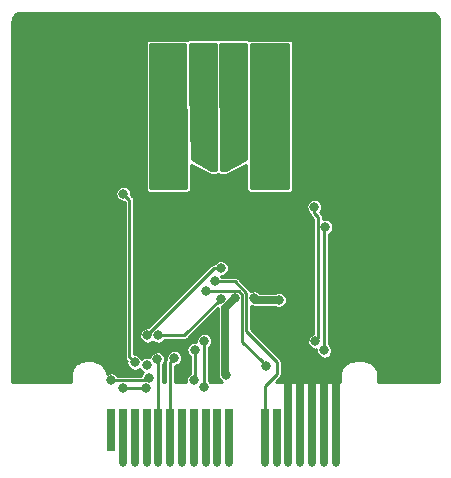
<source format=gbl>
G04 #@! TF.GenerationSoftware,KiCad,Pcbnew,(5.1.0-1558-g0ba0c1724)*
G04 #@! TF.CreationDate,2019-10-21T22:03:17-07:00*
G04 #@! TF.ProjectId,TMC2209_Driver,544d4332-3230-4395-9f44-72697665722e,rev?*
G04 #@! TF.SameCoordinates,Original*
G04 #@! TF.FileFunction,Copper,L2,Bot*
G04 #@! TF.FilePolarity,Positive*
%FSLAX46Y46*%
G04 Gerber Fmt 4.6, Leading zero omitted, Abs format (unit mm)*
G04 Created by KiCad (PCBNEW (5.1.0-1558-g0ba0c1724)) date 2019-10-21 22:03:17*
%MOMM*%
%LPD*%
G04 APERTURE LIST*
%ADD10C,1.778000*%
%ADD11R,1.778000X1.778000*%
%ADD12O,0.650000X0.650000*%
%ADD13R,0.650000X4.600000*%
%ADD14R,0.650000X3.600000*%
%ADD15C,0.800000*%
%ADD16C,0.635000*%
%ADD17C,0.508000*%
%ADD18C,1.000000*%
%ADD19C,0.254000*%
%ADD20C,0.650000*%
%ADD21C,0.250000*%
%ADD22C,0.508000*%
G04 APERTURE END LIST*
D10*
X130429000Y-78562200D03*
X127889000Y-78562200D03*
X125349000Y-78562200D03*
D11*
X122809000Y-78562200D03*
D12*
X118652800Y-112985200D03*
X136652800Y-112985200D03*
X135652800Y-112985200D03*
X130652800Y-112985200D03*
X127652800Y-112985200D03*
X134652800Y-112985200D03*
X131652800Y-112985200D03*
X119652800Y-112985200D03*
X133652800Y-112985200D03*
X132652800Y-112985200D03*
X126652800Y-112985200D03*
X125652800Y-112985200D03*
X124652800Y-112985200D03*
X123652800Y-112985200D03*
X122652800Y-112985200D03*
X121652800Y-112985200D03*
X120652800Y-112985200D03*
D13*
X131652800Y-110685200D03*
X130652800Y-110685200D03*
X136652800Y-110685200D03*
X135652800Y-110685200D03*
X134652800Y-110685200D03*
X133652800Y-110685200D03*
X132652800Y-110685200D03*
X127652800Y-110685200D03*
X126652800Y-110685200D03*
X125652800Y-110685200D03*
X124652800Y-110685200D03*
X123652800Y-110685200D03*
X122652800Y-110685200D03*
X121652800Y-110685200D03*
X120652800Y-110685200D03*
X119652800Y-110685200D03*
X118652800Y-110685200D03*
D14*
X117652800Y-110185200D03*
D15*
X129717723Y-99069053D03*
X128143000Y-99060000D03*
X117475000Y-100012500D03*
X120700800Y-102202715D03*
X117411500Y-103378000D03*
X120675400Y-104698800D03*
X126949200Y-96520000D03*
D16*
X121996200Y-89458800D03*
X122682000Y-89458800D03*
X123367800Y-89484200D03*
X123393200Y-88417400D03*
X122707400Y-88417400D03*
X121996200Y-88417400D03*
X130657600Y-89408000D03*
X131343400Y-89433400D03*
X130683000Y-88366600D03*
X129971800Y-88366600D03*
X131368800Y-88366600D03*
X129971800Y-89408000D03*
D17*
X126238000Y-87503000D03*
X126111000Y-85775800D03*
X124968000Y-81280000D03*
X126060200Y-81280000D03*
X127127000Y-87503000D03*
X127330200Y-81280000D03*
X127254000Y-85775800D03*
X128422400Y-81280000D03*
X125450600Y-92329000D03*
X126085600Y-92329000D03*
X126720600Y-92329000D03*
X127355600Y-92329000D03*
X127355600Y-91694000D03*
X127355600Y-91059000D03*
X127355600Y-90424000D03*
X126720600Y-90424000D03*
X126085600Y-90424000D03*
X125450600Y-90424000D03*
X125450600Y-91059000D03*
X125450600Y-91694000D03*
X126085600Y-91694000D03*
X126085600Y-91059000D03*
X126720600Y-91059000D03*
X126720600Y-91694000D03*
X125450600Y-89789000D03*
X126720600Y-89789000D03*
X127355600Y-89789000D03*
X127927100Y-89789000D03*
X127927100Y-90424000D03*
X127927100Y-91059000D03*
X127927100Y-91694000D03*
X127927100Y-92329000D03*
X126085600Y-89789000D03*
D15*
X120269000Y-87122000D03*
X133350000Y-87122000D03*
X134493000Y-93599000D03*
X120269000Y-95377000D03*
X122986800Y-104089200D03*
X121564400Y-104241600D03*
X125679200Y-98450400D03*
X130784600Y-104800400D03*
X126441200Y-97637600D03*
X118694200Y-90195400D03*
X119634000Y-104495600D03*
X131851400Y-99187000D03*
X127406400Y-105562400D03*
X135686800Y-103479600D03*
X124714000Y-103428800D03*
X124663200Y-106019600D03*
X117652800Y-106019600D03*
X134848600Y-91313000D03*
X135794710Y-92989400D03*
X134924800Y-102717600D03*
X125526800Y-102641400D03*
X125501400Y-106578400D03*
X118668800Y-106654600D03*
X120580110Y-106690532D03*
X120822964Y-105835437D03*
X126949200Y-99085400D03*
X121589800Y-102209600D03*
D18*
X137414000Y-83058000D03*
X139446000Y-83058000D03*
X141224000Y-83058000D03*
X143002000Y-83058000D03*
X137414000Y-80772000D03*
X139446000Y-80772000D03*
X141224000Y-80772000D03*
X143002000Y-80772000D03*
X113030000Y-83058000D03*
X110998000Y-80772000D03*
X110998000Y-83058000D03*
X114808000Y-83058000D03*
X116586000Y-80772000D03*
X114808000Y-80772000D03*
X116586000Y-83058000D03*
X113030000Y-80772000D03*
D19*
X126441200Y-97637600D02*
X128117085Y-97637600D01*
X128117085Y-97637600D02*
X129101813Y-98622328D01*
X131673600Y-104419400D02*
X131673600Y-105460800D01*
X129101813Y-98622328D02*
X129101813Y-101847613D01*
X129101813Y-101847613D02*
X131673600Y-104419400D01*
X131673600Y-105460800D02*
X130652800Y-106481600D01*
X130652800Y-106481600D02*
X130652800Y-108131200D01*
X130652800Y-108131200D02*
X130652800Y-110685200D01*
X128438634Y-98444098D02*
X128758902Y-98764366D01*
D20*
X131851400Y-99187000D02*
X129835670Y-99187000D01*
D19*
X128758902Y-98764366D02*
X128758902Y-102774702D01*
X128758902Y-102774702D02*
X130384601Y-104400401D01*
X126244885Y-98450400D02*
X126251187Y-98444098D01*
X126251187Y-98444098D02*
X128438634Y-98444098D01*
X130384601Y-104400401D02*
X130784600Y-104800400D01*
X125679200Y-98450400D02*
X126244885Y-98450400D01*
D20*
X129835670Y-99187000D02*
X129717723Y-99069053D01*
X127304800Y-101092000D02*
X127304800Y-99898200D01*
X127304800Y-99898200D02*
X128143000Y-99060000D01*
D21*
X122652800Y-110685200D02*
X122652800Y-104423200D01*
X122652800Y-104423200D02*
X122986800Y-104089200D01*
X121652800Y-110685200D02*
X121652800Y-104330000D01*
X121652800Y-104330000D02*
X121564400Y-104241600D01*
D19*
X120700800Y-104673400D02*
X120675400Y-104698800D01*
X126383515Y-96520000D02*
X120700800Y-102202715D01*
X126949200Y-96520000D02*
X126383515Y-96520000D01*
D20*
X136652800Y-110685200D02*
X136652800Y-105741000D01*
X135652800Y-107735200D02*
X135636000Y-107718400D01*
X135652800Y-110685200D02*
X135652800Y-107735200D01*
X135636000Y-107718400D02*
X135636000Y-105206800D01*
X134652800Y-107735200D02*
X134645400Y-107727800D01*
X134652800Y-110685200D02*
X134652800Y-107735200D01*
X134645400Y-107727800D02*
X134645400Y-105333800D01*
X133652800Y-107735200D02*
X133654800Y-107733200D01*
X133652800Y-110685200D02*
X133652800Y-107735200D01*
X133654800Y-107733200D02*
X133654800Y-105765600D01*
X132652800Y-107735200D02*
X132664200Y-107723800D01*
X132652800Y-110685200D02*
X132652800Y-107735200D01*
X132664200Y-107723800D02*
X132664200Y-105841800D01*
D19*
X118694200Y-90195400D02*
X119202200Y-90703400D01*
X119202200Y-90703400D02*
X119202200Y-104063800D01*
X119202200Y-104063800D02*
X119634000Y-104495600D01*
D20*
X127304800Y-101092000D02*
X127304800Y-105460800D01*
X127304800Y-105460800D02*
X127406400Y-105562400D01*
D19*
X124714000Y-103428800D02*
X124714000Y-105968800D01*
X124714000Y-105968800D02*
X124663200Y-106019600D01*
X135686800Y-103479600D02*
X135686800Y-93097310D01*
X134848600Y-91313000D02*
X134848600Y-91878685D01*
X135686800Y-93097310D02*
X135794710Y-92989400D01*
X134848600Y-91878685D02*
X135178800Y-92208885D01*
X135178800Y-92208885D02*
X135178800Y-102463600D01*
X135178800Y-102463600D02*
X134924800Y-102717600D01*
X125526800Y-102641400D02*
X125526800Y-106553000D01*
X125526800Y-106553000D02*
X125501400Y-106578400D01*
X117652800Y-106019600D02*
X120638801Y-106019600D01*
X120638801Y-106019600D02*
X120822964Y-105835437D01*
X118668800Y-106654600D02*
X120544178Y-106654600D01*
X120544178Y-106654600D02*
X120580110Y-106690532D01*
D22*
X127304800Y-101092000D02*
X127330200Y-101092000D01*
D19*
X126949200Y-99085400D02*
X123825000Y-102209600D01*
X123825000Y-102209600D02*
X121589800Y-102209600D01*
G36*
X119615348Y-90750472D02*
G01*
X119607600Y-90680847D01*
X119607600Y-90657713D01*
X119602574Y-90635680D01*
X119594886Y-90566591D01*
X119582202Y-90546371D01*
X119576888Y-90523076D01*
X119533180Y-90468226D01*
X119521115Y-90448993D01*
X119505063Y-90432941D01*
X119461623Y-90378427D01*
X119440230Y-90368108D01*
X119371021Y-90298900D01*
X119372901Y-90083550D01*
X119299767Y-89869336D01*
X119161500Y-89690761D01*
X118972845Y-89566602D01*
X118754144Y-89510246D01*
X118528978Y-89527769D01*
X118321629Y-89617282D01*
X118154453Y-89769133D01*
X118045478Y-89966949D01*
X118006454Y-90189398D01*
X118041590Y-90412494D01*
X118147096Y-90612182D01*
X118311596Y-90766928D01*
X118517352Y-90860045D01*
X118742176Y-90881496D01*
X118794468Y-90868990D01*
X118796800Y-90871323D01*
X118796801Y-103994662D01*
X118789052Y-104016727D01*
X118796801Y-104086361D01*
X118796801Y-104109486D01*
X118801825Y-104131508D01*
X118809514Y-104200608D01*
X118822201Y-104220832D01*
X118827514Y-104244124D01*
X118871220Y-104298974D01*
X118883286Y-104318206D01*
X118899337Y-104334257D01*
X118942778Y-104388773D01*
X118962291Y-104398185D01*
X118946254Y-104489598D01*
X118981390Y-104712694D01*
X119086896Y-104912382D01*
X119251396Y-105067128D01*
X119457152Y-105160245D01*
X119681976Y-105181696D01*
X119901628Y-105129165D01*
X120076838Y-105018188D01*
X120128296Y-105115582D01*
X120292796Y-105270328D01*
X120388425Y-105313606D01*
X120283217Y-105409170D01*
X120174242Y-105606986D01*
X120172976Y-105614200D01*
X118196939Y-105614200D01*
X118120100Y-105514961D01*
X117931445Y-105390802D01*
X117712744Y-105334446D01*
X117487578Y-105351969D01*
X117280229Y-105441482D01*
X117272927Y-105448114D01*
X117269895Y-105408705D01*
X117266960Y-105400369D01*
X117267021Y-105391533D01*
X117207713Y-105163846D01*
X117201623Y-105153124D01*
X117199226Y-105141021D01*
X117095344Y-104929906D01*
X117087222Y-104920629D01*
X117082444Y-104909262D01*
X116938233Y-104723346D01*
X116928407Y-104715887D01*
X116921439Y-104705711D01*
X116742793Y-104552593D01*
X116731670Y-104547264D01*
X116722798Y-104538697D01*
X116517010Y-104424626D01*
X116505045Y-104421643D01*
X116494633Y-104415035D01*
X116270109Y-104344674D01*
X116257787Y-104344158D01*
X116246261Y-104339779D01*
X116012174Y-104316001D01*
X115977604Y-104321600D01*
X115525826Y-104321600D01*
X115494767Y-104315788D01*
X115308705Y-104330105D01*
X115300369Y-104333040D01*
X115291533Y-104332979D01*
X115063846Y-104392287D01*
X115053124Y-104398377D01*
X115041021Y-104400774D01*
X114829906Y-104504656D01*
X114820629Y-104512778D01*
X114809262Y-104517556D01*
X114623346Y-104661767D01*
X114615887Y-104671593D01*
X114605711Y-104678561D01*
X114452593Y-104857207D01*
X114447264Y-104868330D01*
X114438697Y-104877202D01*
X114324626Y-105082990D01*
X114321643Y-105094955D01*
X114315035Y-105105367D01*
X114244674Y-105329891D01*
X114244158Y-105342213D01*
X114239779Y-105353739D01*
X114216001Y-105587826D01*
X114221600Y-105622396D01*
X114221600Y-106109500D01*
X109278400Y-106109500D01*
X109278400Y-77428012D01*
X120574800Y-77428012D01*
X120574800Y-89856388D01*
X120608250Y-89981223D01*
X120711777Y-90084750D01*
X120836612Y-90118200D01*
X124146388Y-90118200D01*
X124271223Y-90084750D01*
X124374750Y-89981223D01*
X124408200Y-89856388D01*
X124408200Y-87735161D01*
X125920401Y-88567385D01*
X126024741Y-88594200D01*
X126655173Y-88594200D01*
X126714719Y-88578187D01*
X126774478Y-88594200D01*
X127427761Y-88594200D01*
X127530272Y-88568375D01*
X129083800Y-87732589D01*
X129083800Y-89856388D01*
X129117250Y-89981223D01*
X129220777Y-90084750D01*
X129345612Y-90118200D01*
X132807788Y-90118200D01*
X132932623Y-90084750D01*
X133036150Y-89981223D01*
X133069600Y-89856388D01*
X133069600Y-77428012D01*
X133036150Y-77303177D01*
X132932623Y-77199650D01*
X132807788Y-77166200D01*
X129345612Y-77166200D01*
X129333672Y-77169399D01*
X129313123Y-77148850D01*
X129188288Y-77115400D01*
X126754754Y-77115400D01*
X126647966Y-77144117D01*
X126635588Y-77140800D01*
X124202112Y-77140800D01*
X124107320Y-77166200D01*
X120836612Y-77166200D01*
X120711777Y-77199650D01*
X120608250Y-77303177D01*
X120574800Y-77428012D01*
X109278400Y-77428012D01*
X109278400Y-75651096D01*
X109280647Y-75645181D01*
X109299835Y-75456276D01*
X109343034Y-75318426D01*
X109413073Y-75192072D01*
X109507079Y-75082393D01*
X109621233Y-74993847D01*
X109750860Y-74930063D01*
X109894031Y-74892770D01*
X110038312Y-74881667D01*
X110047589Y-74878400D01*
X144648904Y-74878400D01*
X144654819Y-74880647D01*
X144843724Y-74899835D01*
X144981574Y-74943034D01*
X145107928Y-75013073D01*
X145217607Y-75107079D01*
X145306153Y-75221233D01*
X145369937Y-75350860D01*
X145407230Y-75494031D01*
X145418333Y-75638312D01*
X145421601Y-75647592D01*
X145421600Y-106109500D01*
X140278400Y-106109500D01*
X140278400Y-105625826D01*
X140284212Y-105594767D01*
X140269895Y-105408705D01*
X140266960Y-105400369D01*
X140267021Y-105391533D01*
X140207713Y-105163846D01*
X140201623Y-105153124D01*
X140199226Y-105141021D01*
X140095344Y-104929906D01*
X140087222Y-104920629D01*
X140082444Y-104909262D01*
X139938233Y-104723346D01*
X139928407Y-104715887D01*
X139921439Y-104705711D01*
X139742793Y-104552593D01*
X139731670Y-104547264D01*
X139722798Y-104538697D01*
X139517010Y-104424626D01*
X139505045Y-104421643D01*
X139494633Y-104415035D01*
X139270109Y-104344674D01*
X139257787Y-104344158D01*
X139246261Y-104339779D01*
X139012174Y-104316001D01*
X138977604Y-104321600D01*
X138325826Y-104321600D01*
X138294767Y-104315788D01*
X138108705Y-104330105D01*
X138100369Y-104333040D01*
X138091533Y-104332979D01*
X137863846Y-104392287D01*
X137853124Y-104398377D01*
X137841021Y-104400774D01*
X137629906Y-104504656D01*
X137620629Y-104512778D01*
X137609262Y-104517556D01*
X137423346Y-104661767D01*
X137415887Y-104671593D01*
X137405711Y-104678561D01*
X137252593Y-104857207D01*
X137247264Y-104868330D01*
X137238697Y-104877202D01*
X137124626Y-105082990D01*
X137121643Y-105094955D01*
X137115035Y-105105367D01*
X137044674Y-105329891D01*
X137044158Y-105342213D01*
X137039779Y-105353739D01*
X137016001Y-105587826D01*
X137021601Y-105622402D01*
X137021601Y-106109500D01*
X131598222Y-106109500D01*
X131911375Y-105796348D01*
X131932454Y-105786226D01*
X131976212Y-105731510D01*
X131992567Y-105715156D01*
X132004591Y-105696024D01*
X132048009Y-105641734D01*
X132053338Y-105618463D01*
X132066051Y-105598237D01*
X132073929Y-105528556D01*
X132079000Y-105506416D01*
X132079000Y-105483706D01*
X132086830Y-105414450D01*
X132079000Y-105392028D01*
X132079000Y-104488535D01*
X132086748Y-104466472D01*
X132079000Y-104396847D01*
X132079000Y-104373713D01*
X132073974Y-104351680D01*
X132066286Y-104282591D01*
X132053602Y-104262371D01*
X132048288Y-104239076D01*
X132004580Y-104184226D01*
X131992515Y-104164993D01*
X131976463Y-104148941D01*
X131933023Y-104094427D01*
X131911628Y-104084107D01*
X129507213Y-101679693D01*
X129507213Y-99718464D01*
X129540874Y-99733698D01*
X129568161Y-99736302D01*
X129576729Y-99742301D01*
X129602764Y-99749278D01*
X129626112Y-99762757D01*
X129704944Y-99776657D01*
X129782268Y-99797376D01*
X129861995Y-99790400D01*
X131539221Y-99790400D01*
X131674552Y-99851645D01*
X131899376Y-99873096D01*
X132119028Y-99820565D01*
X132309822Y-99699717D01*
X132451185Y-99523583D01*
X132528045Y-99310678D01*
X132530101Y-99075150D01*
X132456967Y-98860936D01*
X132318700Y-98682361D01*
X132130045Y-98558202D01*
X131911344Y-98501846D01*
X131686178Y-98519369D01*
X131537392Y-98583600D01*
X130199879Y-98583600D01*
X130185023Y-98564414D01*
X129996368Y-98440255D01*
X129777667Y-98383899D01*
X129552501Y-98401422D01*
X129471893Y-98436221D01*
X129432795Y-98387156D01*
X129420731Y-98367923D01*
X129404672Y-98351864D01*
X129361236Y-98297355D01*
X129339845Y-98287037D01*
X128452634Y-97399828D01*
X128442511Y-97378746D01*
X128387785Y-97334980D01*
X128371441Y-97318635D01*
X128352315Y-97306614D01*
X128298020Y-97263193D01*
X128274747Y-97257862D01*
X128254518Y-97245149D01*
X128184838Y-97237270D01*
X128162700Y-97232200D01*
X128139992Y-97232200D01*
X128070735Y-97224369D01*
X128048312Y-97232200D01*
X126985339Y-97232200D01*
X126962571Y-97202794D01*
X126997176Y-97206096D01*
X127216828Y-97153565D01*
X127407622Y-97032717D01*
X127548985Y-96856583D01*
X127625845Y-96643678D01*
X127627901Y-96408150D01*
X127554767Y-96193936D01*
X127416500Y-96015361D01*
X127227845Y-95891202D01*
X127009144Y-95834846D01*
X126783978Y-95852369D01*
X126576629Y-95941882D01*
X126409453Y-96093733D01*
X126400374Y-96110214D01*
X126360963Y-96114600D01*
X126337829Y-96114600D01*
X126315791Y-96119627D01*
X126246709Y-96127314D01*
X126226489Y-96139998D01*
X126203191Y-96145312D01*
X126148343Y-96189018D01*
X126129110Y-96201082D01*
X126113051Y-96217141D01*
X126058542Y-96260577D01*
X126048223Y-96281970D01*
X120802001Y-101528193D01*
X120760743Y-101517561D01*
X120535578Y-101535084D01*
X120328229Y-101624597D01*
X120161053Y-101776448D01*
X120052078Y-101974264D01*
X120013054Y-102196713D01*
X120048190Y-102419809D01*
X120153696Y-102619497D01*
X120318196Y-102774243D01*
X120523952Y-102867360D01*
X120748776Y-102888811D01*
X120968428Y-102836280D01*
X121146157Y-102723708D01*
X121207196Y-102781128D01*
X121412952Y-102874245D01*
X121637776Y-102895696D01*
X121857428Y-102843165D01*
X122048222Y-102722317D01*
X122134353Y-102615000D01*
X123755865Y-102615000D01*
X123777928Y-102622748D01*
X123847552Y-102615000D01*
X123870687Y-102615000D01*
X123892720Y-102609974D01*
X123961808Y-102602286D01*
X123982028Y-102589601D01*
X124005323Y-102584288D01*
X124060180Y-102540576D01*
X124079406Y-102528515D01*
X124095450Y-102512470D01*
X124149973Y-102469023D01*
X124160294Y-102447626D01*
X126699950Y-99907970D01*
X126701401Y-99924551D01*
X126701400Y-101050237D01*
X126701400Y-101050238D01*
X126701401Y-105434449D01*
X126694424Y-105514201D01*
X126715143Y-105591528D01*
X126729044Y-105670358D01*
X126739436Y-105688358D01*
X126753790Y-105779494D01*
X126859296Y-105979182D01*
X126997828Y-106109500D01*
X125996373Y-106109500D01*
X125968701Y-106073761D01*
X125932200Y-106049739D01*
X125932200Y-103187702D01*
X125985223Y-103154117D01*
X126126585Y-102977983D01*
X126203445Y-102765078D01*
X126205501Y-102529550D01*
X126132367Y-102315336D01*
X125994100Y-102136761D01*
X125805445Y-102012602D01*
X125586744Y-101956246D01*
X125361578Y-101973769D01*
X125154229Y-102063282D01*
X124987053Y-102215133D01*
X124878078Y-102412949D01*
X124839054Y-102635398D01*
X124859578Y-102765713D01*
X124773944Y-102743646D01*
X124548778Y-102761169D01*
X124341429Y-102850682D01*
X124174253Y-103002533D01*
X124065278Y-103200349D01*
X124026254Y-103422798D01*
X124061390Y-103645894D01*
X124166896Y-103845582D01*
X124308600Y-103978884D01*
X124308601Y-105433723D01*
X124290629Y-105441482D01*
X124123453Y-105593333D01*
X124014478Y-105791149D01*
X123975454Y-106013598D01*
X123990558Y-106109500D01*
X123056200Y-106109500D01*
X123056200Y-104770172D01*
X123254428Y-104722765D01*
X123445222Y-104601917D01*
X123586585Y-104425783D01*
X123663445Y-104212878D01*
X123665501Y-103977350D01*
X123592367Y-103763136D01*
X123454100Y-103584561D01*
X123265445Y-103460402D01*
X123046744Y-103404046D01*
X122821578Y-103421569D01*
X122614229Y-103511082D01*
X122447053Y-103662933D01*
X122338078Y-103860749D01*
X122299054Y-104083198D01*
X122317212Y-104198494D01*
X122256365Y-104298965D01*
X122251767Y-104372057D01*
X122249401Y-104378220D01*
X122249401Y-104409661D01*
X122243920Y-104496770D01*
X122249401Y-104509080D01*
X122249401Y-106109500D01*
X122056200Y-106109500D01*
X122056200Y-104712730D01*
X122164185Y-104578183D01*
X122241045Y-104365278D01*
X122243101Y-104129750D01*
X122169967Y-103915536D01*
X122031700Y-103736961D01*
X121843045Y-103612802D01*
X121624344Y-103556446D01*
X121399178Y-103573969D01*
X121191829Y-103663482D01*
X121024653Y-103815333D01*
X120915678Y-104013149D01*
X120907795Y-104058084D01*
X120735344Y-104013646D01*
X120510178Y-104031169D01*
X120302829Y-104120682D01*
X120241810Y-104176107D01*
X120239567Y-104169536D01*
X120101300Y-103990961D01*
X119912645Y-103866802D01*
X119693944Y-103810446D01*
X119607600Y-103817165D01*
X119607600Y-91306998D01*
X134160854Y-91306998D01*
X134195990Y-91530094D01*
X134301496Y-91729782D01*
X134438458Y-91858623D01*
X134443201Y-91901246D01*
X134443201Y-91924371D01*
X134448225Y-91946393D01*
X134455914Y-92015493D01*
X134468601Y-92035717D01*
X134473914Y-92059009D01*
X134517620Y-92113858D01*
X134529684Y-92133089D01*
X134545737Y-92149144D01*
X134589177Y-92203657D01*
X134610571Y-92213977D01*
X134773400Y-92376806D01*
X134773401Y-102048893D01*
X134759577Y-102049969D01*
X134552229Y-102139482D01*
X134385053Y-102291333D01*
X134276078Y-102489149D01*
X134237054Y-102711598D01*
X134272190Y-102934694D01*
X134377696Y-103134382D01*
X134542196Y-103289128D01*
X134747952Y-103382245D01*
X134972776Y-103403696D01*
X135013005Y-103394075D01*
X134999054Y-103473598D01*
X135034190Y-103696694D01*
X135139696Y-103896382D01*
X135304196Y-104051128D01*
X135509952Y-104144245D01*
X135734776Y-104165696D01*
X135954428Y-104113165D01*
X136145222Y-103992317D01*
X136286585Y-103816183D01*
X136363445Y-103603278D01*
X136365501Y-103367750D01*
X136292367Y-103153536D01*
X136154100Y-102974961D01*
X136092200Y-102934223D01*
X136092200Y-93604051D01*
X136253132Y-93502117D01*
X136394495Y-93325983D01*
X136471355Y-93113078D01*
X136473411Y-92877550D01*
X136400277Y-92663336D01*
X136262010Y-92484761D01*
X136073355Y-92360602D01*
X135854654Y-92304246D01*
X135629488Y-92321769D01*
X135584200Y-92341320D01*
X135584200Y-92278020D01*
X135591948Y-92255957D01*
X135584200Y-92186332D01*
X135584200Y-92163198D01*
X135579174Y-92141165D01*
X135571486Y-92072076D01*
X135558802Y-92051856D01*
X135553488Y-92028561D01*
X135509780Y-91973711D01*
X135497715Y-91954478D01*
X135481663Y-91938426D01*
X135438223Y-91883912D01*
X135416828Y-91873592D01*
X135334596Y-91791360D01*
X135448385Y-91649583D01*
X135525245Y-91436678D01*
X135527301Y-91201150D01*
X135454167Y-90986936D01*
X135315900Y-90808361D01*
X135127245Y-90684202D01*
X134908544Y-90627846D01*
X134683378Y-90645369D01*
X134476029Y-90734882D01*
X134308853Y-90886733D01*
X134199878Y-91084549D01*
X134160854Y-91306998D01*
X119607600Y-91306998D01*
X119607600Y-90772535D01*
X119615348Y-90750472D01*
X119615348Y-90750472D01*
G37*
X119615348Y-90750472D02*
X119607600Y-90680847D01*
X119607600Y-90657713D01*
X119602574Y-90635680D01*
X119594886Y-90566591D01*
X119582202Y-90546371D01*
X119576888Y-90523076D01*
X119533180Y-90468226D01*
X119521115Y-90448993D01*
X119505063Y-90432941D01*
X119461623Y-90378427D01*
X119440230Y-90368108D01*
X119371021Y-90298900D01*
X119372901Y-90083550D01*
X119299767Y-89869336D01*
X119161500Y-89690761D01*
X118972845Y-89566602D01*
X118754144Y-89510246D01*
X118528978Y-89527769D01*
X118321629Y-89617282D01*
X118154453Y-89769133D01*
X118045478Y-89966949D01*
X118006454Y-90189398D01*
X118041590Y-90412494D01*
X118147096Y-90612182D01*
X118311596Y-90766928D01*
X118517352Y-90860045D01*
X118742176Y-90881496D01*
X118794468Y-90868990D01*
X118796800Y-90871323D01*
X118796801Y-103994662D01*
X118789052Y-104016727D01*
X118796801Y-104086361D01*
X118796801Y-104109486D01*
X118801825Y-104131508D01*
X118809514Y-104200608D01*
X118822201Y-104220832D01*
X118827514Y-104244124D01*
X118871220Y-104298974D01*
X118883286Y-104318206D01*
X118899337Y-104334257D01*
X118942778Y-104388773D01*
X118962291Y-104398185D01*
X118946254Y-104489598D01*
X118981390Y-104712694D01*
X119086896Y-104912382D01*
X119251396Y-105067128D01*
X119457152Y-105160245D01*
X119681976Y-105181696D01*
X119901628Y-105129165D01*
X120076838Y-105018188D01*
X120128296Y-105115582D01*
X120292796Y-105270328D01*
X120388425Y-105313606D01*
X120283217Y-105409170D01*
X120174242Y-105606986D01*
X120172976Y-105614200D01*
X118196939Y-105614200D01*
X118120100Y-105514961D01*
X117931445Y-105390802D01*
X117712744Y-105334446D01*
X117487578Y-105351969D01*
X117280229Y-105441482D01*
X117272927Y-105448114D01*
X117269895Y-105408705D01*
X117266960Y-105400369D01*
X117267021Y-105391533D01*
X117207713Y-105163846D01*
X117201623Y-105153124D01*
X117199226Y-105141021D01*
X117095344Y-104929906D01*
X117087222Y-104920629D01*
X117082444Y-104909262D01*
X116938233Y-104723346D01*
X116928407Y-104715887D01*
X116921439Y-104705711D01*
X116742793Y-104552593D01*
X116731670Y-104547264D01*
X116722798Y-104538697D01*
X116517010Y-104424626D01*
X116505045Y-104421643D01*
X116494633Y-104415035D01*
X116270109Y-104344674D01*
X116257787Y-104344158D01*
X116246261Y-104339779D01*
X116012174Y-104316001D01*
X115977604Y-104321600D01*
X115525826Y-104321600D01*
X115494767Y-104315788D01*
X115308705Y-104330105D01*
X115300369Y-104333040D01*
X115291533Y-104332979D01*
X115063846Y-104392287D01*
X115053124Y-104398377D01*
X115041021Y-104400774D01*
X114829906Y-104504656D01*
X114820629Y-104512778D01*
X114809262Y-104517556D01*
X114623346Y-104661767D01*
X114615887Y-104671593D01*
X114605711Y-104678561D01*
X114452593Y-104857207D01*
X114447264Y-104868330D01*
X114438697Y-104877202D01*
X114324626Y-105082990D01*
X114321643Y-105094955D01*
X114315035Y-105105367D01*
X114244674Y-105329891D01*
X114244158Y-105342213D01*
X114239779Y-105353739D01*
X114216001Y-105587826D01*
X114221600Y-105622396D01*
X114221600Y-106109500D01*
X109278400Y-106109500D01*
X109278400Y-77428012D01*
X120574800Y-77428012D01*
X120574800Y-89856388D01*
X120608250Y-89981223D01*
X120711777Y-90084750D01*
X120836612Y-90118200D01*
X124146388Y-90118200D01*
X124271223Y-90084750D01*
X124374750Y-89981223D01*
X124408200Y-89856388D01*
X124408200Y-87735161D01*
X125920401Y-88567385D01*
X126024741Y-88594200D01*
X126655173Y-88594200D01*
X126714719Y-88578187D01*
X126774478Y-88594200D01*
X127427761Y-88594200D01*
X127530272Y-88568375D01*
X129083800Y-87732589D01*
X129083800Y-89856388D01*
X129117250Y-89981223D01*
X129220777Y-90084750D01*
X129345612Y-90118200D01*
X132807788Y-90118200D01*
X132932623Y-90084750D01*
X133036150Y-89981223D01*
X133069600Y-89856388D01*
X133069600Y-77428012D01*
X133036150Y-77303177D01*
X132932623Y-77199650D01*
X132807788Y-77166200D01*
X129345612Y-77166200D01*
X129333672Y-77169399D01*
X129313123Y-77148850D01*
X129188288Y-77115400D01*
X126754754Y-77115400D01*
X126647966Y-77144117D01*
X126635588Y-77140800D01*
X124202112Y-77140800D01*
X124107320Y-77166200D01*
X120836612Y-77166200D01*
X120711777Y-77199650D01*
X120608250Y-77303177D01*
X120574800Y-77428012D01*
X109278400Y-77428012D01*
X109278400Y-75651096D01*
X109280647Y-75645181D01*
X109299835Y-75456276D01*
X109343034Y-75318426D01*
X109413073Y-75192072D01*
X109507079Y-75082393D01*
X109621233Y-74993847D01*
X109750860Y-74930063D01*
X109894031Y-74892770D01*
X110038312Y-74881667D01*
X110047589Y-74878400D01*
X144648904Y-74878400D01*
X144654819Y-74880647D01*
X144843724Y-74899835D01*
X144981574Y-74943034D01*
X145107928Y-75013073D01*
X145217607Y-75107079D01*
X145306153Y-75221233D01*
X145369937Y-75350860D01*
X145407230Y-75494031D01*
X145418333Y-75638312D01*
X145421601Y-75647592D01*
X145421600Y-106109500D01*
X140278400Y-106109500D01*
X140278400Y-105625826D01*
X140284212Y-105594767D01*
X140269895Y-105408705D01*
X140266960Y-105400369D01*
X140267021Y-105391533D01*
X140207713Y-105163846D01*
X140201623Y-105153124D01*
X140199226Y-105141021D01*
X140095344Y-104929906D01*
X140087222Y-104920629D01*
X140082444Y-104909262D01*
X139938233Y-104723346D01*
X139928407Y-104715887D01*
X139921439Y-104705711D01*
X139742793Y-104552593D01*
X139731670Y-104547264D01*
X139722798Y-104538697D01*
X139517010Y-104424626D01*
X139505045Y-104421643D01*
X139494633Y-104415035D01*
X139270109Y-104344674D01*
X139257787Y-104344158D01*
X139246261Y-104339779D01*
X139012174Y-104316001D01*
X138977604Y-104321600D01*
X138325826Y-104321600D01*
X138294767Y-104315788D01*
X138108705Y-104330105D01*
X138100369Y-104333040D01*
X138091533Y-104332979D01*
X137863846Y-104392287D01*
X137853124Y-104398377D01*
X137841021Y-104400774D01*
X137629906Y-104504656D01*
X137620629Y-104512778D01*
X137609262Y-104517556D01*
X137423346Y-104661767D01*
X137415887Y-104671593D01*
X137405711Y-104678561D01*
X137252593Y-104857207D01*
X137247264Y-104868330D01*
X137238697Y-104877202D01*
X137124626Y-105082990D01*
X137121643Y-105094955D01*
X137115035Y-105105367D01*
X137044674Y-105329891D01*
X137044158Y-105342213D01*
X137039779Y-105353739D01*
X137016001Y-105587826D01*
X137021601Y-105622402D01*
X137021601Y-106109500D01*
X131598222Y-106109500D01*
X131911375Y-105796348D01*
X131932454Y-105786226D01*
X131976212Y-105731510D01*
X131992567Y-105715156D01*
X132004591Y-105696024D01*
X132048009Y-105641734D01*
X132053338Y-105618463D01*
X132066051Y-105598237D01*
X132073929Y-105528556D01*
X132079000Y-105506416D01*
X132079000Y-105483706D01*
X132086830Y-105414450D01*
X132079000Y-105392028D01*
X132079000Y-104488535D01*
X132086748Y-104466472D01*
X132079000Y-104396847D01*
X132079000Y-104373713D01*
X132073974Y-104351680D01*
X132066286Y-104282591D01*
X132053602Y-104262371D01*
X132048288Y-104239076D01*
X132004580Y-104184226D01*
X131992515Y-104164993D01*
X131976463Y-104148941D01*
X131933023Y-104094427D01*
X131911628Y-104084107D01*
X129507213Y-101679693D01*
X129507213Y-99718464D01*
X129540874Y-99733698D01*
X129568161Y-99736302D01*
X129576729Y-99742301D01*
X129602764Y-99749278D01*
X129626112Y-99762757D01*
X129704944Y-99776657D01*
X129782268Y-99797376D01*
X129861995Y-99790400D01*
X131539221Y-99790400D01*
X131674552Y-99851645D01*
X131899376Y-99873096D01*
X132119028Y-99820565D01*
X132309822Y-99699717D01*
X132451185Y-99523583D01*
X132528045Y-99310678D01*
X132530101Y-99075150D01*
X132456967Y-98860936D01*
X132318700Y-98682361D01*
X132130045Y-98558202D01*
X131911344Y-98501846D01*
X131686178Y-98519369D01*
X131537392Y-98583600D01*
X130199879Y-98583600D01*
X130185023Y-98564414D01*
X129996368Y-98440255D01*
X129777667Y-98383899D01*
X129552501Y-98401422D01*
X129471893Y-98436221D01*
X129432795Y-98387156D01*
X129420731Y-98367923D01*
X129404672Y-98351864D01*
X129361236Y-98297355D01*
X129339845Y-98287037D01*
X128452634Y-97399828D01*
X128442511Y-97378746D01*
X128387785Y-97334980D01*
X128371441Y-97318635D01*
X128352315Y-97306614D01*
X128298020Y-97263193D01*
X128274747Y-97257862D01*
X128254518Y-97245149D01*
X128184838Y-97237270D01*
X128162700Y-97232200D01*
X128139992Y-97232200D01*
X128070735Y-97224369D01*
X128048312Y-97232200D01*
X126985339Y-97232200D01*
X126962571Y-97202794D01*
X126997176Y-97206096D01*
X127216828Y-97153565D01*
X127407622Y-97032717D01*
X127548985Y-96856583D01*
X127625845Y-96643678D01*
X127627901Y-96408150D01*
X127554767Y-96193936D01*
X127416500Y-96015361D01*
X127227845Y-95891202D01*
X127009144Y-95834846D01*
X126783978Y-95852369D01*
X126576629Y-95941882D01*
X126409453Y-96093733D01*
X126400374Y-96110214D01*
X126360963Y-96114600D01*
X126337829Y-96114600D01*
X126315791Y-96119627D01*
X126246709Y-96127314D01*
X126226489Y-96139998D01*
X126203191Y-96145312D01*
X126148343Y-96189018D01*
X126129110Y-96201082D01*
X126113051Y-96217141D01*
X126058542Y-96260577D01*
X126048223Y-96281970D01*
X120802001Y-101528193D01*
X120760743Y-101517561D01*
X120535578Y-101535084D01*
X120328229Y-101624597D01*
X120161053Y-101776448D01*
X120052078Y-101974264D01*
X120013054Y-102196713D01*
X120048190Y-102419809D01*
X120153696Y-102619497D01*
X120318196Y-102774243D01*
X120523952Y-102867360D01*
X120748776Y-102888811D01*
X120968428Y-102836280D01*
X121146157Y-102723708D01*
X121207196Y-102781128D01*
X121412952Y-102874245D01*
X121637776Y-102895696D01*
X121857428Y-102843165D01*
X122048222Y-102722317D01*
X122134353Y-102615000D01*
X123755865Y-102615000D01*
X123777928Y-102622748D01*
X123847552Y-102615000D01*
X123870687Y-102615000D01*
X123892720Y-102609974D01*
X123961808Y-102602286D01*
X123982028Y-102589601D01*
X124005323Y-102584288D01*
X124060180Y-102540576D01*
X124079406Y-102528515D01*
X124095450Y-102512470D01*
X124149973Y-102469023D01*
X124160294Y-102447626D01*
X126699950Y-99907970D01*
X126701401Y-99924551D01*
X126701400Y-101050237D01*
X126701400Y-101050238D01*
X126701401Y-105434449D01*
X126694424Y-105514201D01*
X126715143Y-105591528D01*
X126729044Y-105670358D01*
X126739436Y-105688358D01*
X126753790Y-105779494D01*
X126859296Y-105979182D01*
X126997828Y-106109500D01*
X125996373Y-106109500D01*
X125968701Y-106073761D01*
X125932200Y-106049739D01*
X125932200Y-103187702D01*
X125985223Y-103154117D01*
X126126585Y-102977983D01*
X126203445Y-102765078D01*
X126205501Y-102529550D01*
X126132367Y-102315336D01*
X125994100Y-102136761D01*
X125805445Y-102012602D01*
X125586744Y-101956246D01*
X125361578Y-101973769D01*
X125154229Y-102063282D01*
X124987053Y-102215133D01*
X124878078Y-102412949D01*
X124839054Y-102635398D01*
X124859578Y-102765713D01*
X124773944Y-102743646D01*
X124548778Y-102761169D01*
X124341429Y-102850682D01*
X124174253Y-103002533D01*
X124065278Y-103200349D01*
X124026254Y-103422798D01*
X124061390Y-103645894D01*
X124166896Y-103845582D01*
X124308600Y-103978884D01*
X124308601Y-105433723D01*
X124290629Y-105441482D01*
X124123453Y-105593333D01*
X124014478Y-105791149D01*
X123975454Y-106013598D01*
X123990558Y-106109500D01*
X123056200Y-106109500D01*
X123056200Y-104770172D01*
X123254428Y-104722765D01*
X123445222Y-104601917D01*
X123586585Y-104425783D01*
X123663445Y-104212878D01*
X123665501Y-103977350D01*
X123592367Y-103763136D01*
X123454100Y-103584561D01*
X123265445Y-103460402D01*
X123046744Y-103404046D01*
X122821578Y-103421569D01*
X122614229Y-103511082D01*
X122447053Y-103662933D01*
X122338078Y-103860749D01*
X122299054Y-104083198D01*
X122317212Y-104198494D01*
X122256365Y-104298965D01*
X122251767Y-104372057D01*
X122249401Y-104378220D01*
X122249401Y-104409661D01*
X122243920Y-104496770D01*
X122249401Y-104509080D01*
X122249401Y-106109500D01*
X122056200Y-106109500D01*
X122056200Y-104712730D01*
X122164185Y-104578183D01*
X122241045Y-104365278D01*
X122243101Y-104129750D01*
X122169967Y-103915536D01*
X122031700Y-103736961D01*
X121843045Y-103612802D01*
X121624344Y-103556446D01*
X121399178Y-103573969D01*
X121191829Y-103663482D01*
X121024653Y-103815333D01*
X120915678Y-104013149D01*
X120907795Y-104058084D01*
X120735344Y-104013646D01*
X120510178Y-104031169D01*
X120302829Y-104120682D01*
X120241810Y-104176107D01*
X120239567Y-104169536D01*
X120101300Y-103990961D01*
X119912645Y-103866802D01*
X119693944Y-103810446D01*
X119607600Y-103817165D01*
X119607600Y-91306998D01*
X134160854Y-91306998D01*
X134195990Y-91530094D01*
X134301496Y-91729782D01*
X134438458Y-91858623D01*
X134443201Y-91901246D01*
X134443201Y-91924371D01*
X134448225Y-91946393D01*
X134455914Y-92015493D01*
X134468601Y-92035717D01*
X134473914Y-92059009D01*
X134517620Y-92113858D01*
X134529684Y-92133089D01*
X134545737Y-92149144D01*
X134589177Y-92203657D01*
X134610571Y-92213977D01*
X134773400Y-92376806D01*
X134773401Y-102048893D01*
X134759577Y-102049969D01*
X134552229Y-102139482D01*
X134385053Y-102291333D01*
X134276078Y-102489149D01*
X134237054Y-102711598D01*
X134272190Y-102934694D01*
X134377696Y-103134382D01*
X134542196Y-103289128D01*
X134747952Y-103382245D01*
X134972776Y-103403696D01*
X135013005Y-103394075D01*
X134999054Y-103473598D01*
X135034190Y-103696694D01*
X135139696Y-103896382D01*
X135304196Y-104051128D01*
X135509952Y-104144245D01*
X135734776Y-104165696D01*
X135954428Y-104113165D01*
X136145222Y-103992317D01*
X136286585Y-103816183D01*
X136363445Y-103603278D01*
X136365501Y-103367750D01*
X136292367Y-103153536D01*
X136154100Y-102974961D01*
X136092200Y-102934223D01*
X136092200Y-93604051D01*
X136253132Y-93502117D01*
X136394495Y-93325983D01*
X136471355Y-93113078D01*
X136473411Y-92877550D01*
X136400277Y-92663336D01*
X136262010Y-92484761D01*
X136073355Y-92360602D01*
X135854654Y-92304246D01*
X135629488Y-92321769D01*
X135584200Y-92341320D01*
X135584200Y-92278020D01*
X135591948Y-92255957D01*
X135584200Y-92186332D01*
X135584200Y-92163198D01*
X135579174Y-92141165D01*
X135571486Y-92072076D01*
X135558802Y-92051856D01*
X135553488Y-92028561D01*
X135509780Y-91973711D01*
X135497715Y-91954478D01*
X135481663Y-91938426D01*
X135438223Y-91883912D01*
X135416828Y-91873592D01*
X135334596Y-91791360D01*
X135448385Y-91649583D01*
X135525245Y-91436678D01*
X135527301Y-91201150D01*
X135454167Y-90986936D01*
X135315900Y-90808361D01*
X135127245Y-90684202D01*
X134908544Y-90627846D01*
X134683378Y-90645369D01*
X134476029Y-90734882D01*
X134308853Y-90886733D01*
X134199878Y-91084549D01*
X134160854Y-91306998D01*
X119607600Y-91306998D01*
X119607600Y-90772535D01*
X119615348Y-90750472D01*
G36*
X129045700Y-81203541D02*
G01*
X129033155Y-87300627D01*
X127380392Y-88189800D01*
X126916840Y-88189800D01*
X126897627Y-77519800D01*
X129045700Y-77519800D01*
X129045700Y-81203541D01*
X129045700Y-81203541D01*
G37*
X129045700Y-81203541D02*
X129033155Y-87300627D01*
X127380392Y-88189800D01*
X126916840Y-88189800D01*
X126897627Y-77519800D01*
X129045700Y-77519800D01*
X129045700Y-81203541D01*
G36*
X126512301Y-88189800D02*
G01*
X126073054Y-88189800D01*
X124457623Y-87300764D01*
X124344700Y-81228040D01*
X124344700Y-77545200D01*
X126493225Y-77545200D01*
X126512301Y-88189800D01*
X126512301Y-88189800D01*
G37*
X126512301Y-88189800D02*
X126073054Y-88189800D01*
X124457623Y-87300764D01*
X124344700Y-81228040D01*
X124344700Y-77545200D01*
X126493225Y-77545200D01*
X126512301Y-88189800D01*
G36*
X132665200Y-89713800D02*
G01*
X129488200Y-89713800D01*
X129488200Y-77570600D01*
X132665200Y-77570600D01*
X132665200Y-89713800D01*
X132665200Y-89713800D01*
G37*
X132665200Y-89713800D02*
X129488200Y-89713800D01*
X129488200Y-77570600D01*
X132665200Y-77570600D01*
X132665200Y-89713800D01*
G36*
X123940300Y-81229778D02*
G01*
X123940337Y-81233782D01*
X124003800Y-84646684D01*
X124003800Y-89713800D01*
X120979200Y-89713800D01*
X120979200Y-77570600D01*
X123940300Y-77570600D01*
X123940300Y-81229778D01*
X123940300Y-81229778D01*
G37*
X123940300Y-81229778D02*
X123940337Y-81233782D01*
X124003800Y-84646684D01*
X124003800Y-89713800D01*
X120979200Y-89713800D01*
X120979200Y-77570600D01*
X123940300Y-77570600D01*
X123940300Y-81229778D01*
M02*

</source>
